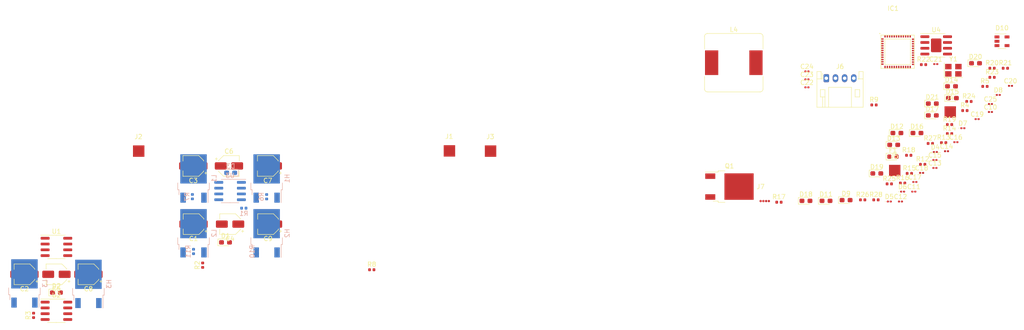
<source format=kicad_pcb>
(kicad_pcb (version 20171130) (host pcbnew "(5.1.5)-3")
  (layers (0 F.Cu signal) (31 B.Cu signal) (34 B.Paste user) (35 F.Paste user) (36 B.SilkS user) (37 F.SilkS user) (38 B.Mask user) (39 F.Mask user) (44 Edge.Cuts user))
  (net 0 "")
  (net 1 VSSA)
  (net 2 VDD)
  (net 3 "Net-(C4-Pad1)")
  (net 4 CONN_B)
  (net 5 "Net-(C5-Pad1)")
  (net 6 CONN_C)
  (net 7 "Net-(C6-Pad1)")
  (net 8 V1)
  (net 9 PWR_ON)
  (net 10 OSC_IN)
  (net 11 OSC_OUT)
  (net 12 PHASE_B__ADC)
  (net 13 PHASE_C__ADC)
  (net 14 "Net-(C18-Pad1)")
  (net 15 "Net-(C25-Pad1)")
  (net 16 "Net-(C25-Pad2)")
  (net 17 "Net-(D4-Pad1)")
  (net 18 "Net-(D5-Pad1)")
  (net 19 INDC_LED)
  (net 20 "Net-(D6-Pad1)")
  (net 21 LED_RED)
  (net 22 LED_BLUE)
  (net 23 "Net-(D7-Pad1)")
  (net 24 LED_GREEN)
  (net 25 "Net-(D8-Pad1)")
  (net 26 "Net-(D9-Pad2)")
  (net 27 "Net-(D9-Pad1)")
  (net 28 "Net-(D10-Pad1)")
  (net 29 UART_TX)
  (net 30 UART_RX)
  (net 31 "Net-(D13-Pad1)")
  (net 32 SWCLK)
  (net 33 SWDIO)
  (net 34 "Net-(F1-Pad1)")
  (net 35 CONN_A)
  (net 36 "Net-(IC1-Pad1)")
  (net 37 "Net-(IC1-Pad2)")
  (net 38 "Net-(IC1-Pad3)")
  (net 39 "Net-(IC1-Pad4)")
  (net 40 "Net-(IC1-Pad7)")
  (net 41 SIG_H_1)
  (net 42 SIG_L_1)
  (net 43 SIG_H_2)
  (net 44 SIG_L_2)
  (net 45 SIG_H_3)
  (net 46 SIG_L_3)
  (net 47 "Net-(IC1-Pad18)")
  (net 48 "Net-(IC1-Pad22)")
  (net 49 PHASE_A__ADC)
  (net 50 "Net-(IC1-Pad28)")
  (net 51 "Net-(IC1-Pad29)")
  (net 52 "Net-(IC1-Pad30)")
  (net 53 EN)
  (net 54 "Net-(IC1-Pad34)")
  (net 55 "Net-(IC1-Pad39)")
  (net 56 "Net-(IC1-Pad40)")
  (net 57 "Net-(IC1-Pad41)")
  (net 58 "Net-(IC1-Pad42)")
  (net 59 "Net-(IC1-Pad43)")
  (net 60 "Net-(IC1-Pad44)")
  (net 61 "Net-(IC1-Pad45)")
  (net 62 "Net-(IC1-Pad46)")
  (net 63 H1)
  (net 64 L1)
  (net 65 H3)
  (net 66 L3)
  (net 67 H2)
  (net 68 L2)
  (net 69 "Net-(R16-Pad1)")
  (net 70 "Net-(R17-Pad1)")
  (net 71 "Net-(R27-Pad1)")
  (net 72 "Net-(U4-Pad4)")
  (net 73 "Net-(U4-Pad6)")
  (net 74 "Net-(H1-Pad1)")
  (net 75 "Net-(H2-Pad1)")
  (net 76 "Net-(H3-Pad1)")
  (net 77 "Net-(L1-Pad1)")
  (net 78 "Net-(L2-Pad1)")
  (net 79 "Net-(L3-Pad1)")
  (module Package_TO_SOT_SMD:TO-252-2 (layer B.Cu) (at 4 8 90)
    (fp_text reference L1 (at 0 4.5 270) (layer B.SilkS) (effects (justify mirror)))
    (fp_text value IRFR3504ZPbF)
    (pad 2 smd rect (at 2.1 0 90) (size 6.4 5.8) (layers B.Cu B.Mask) (net 35 CONN_A))
    (pad 3 smd rect (at -4.2 -2.28 90) (size 2.2 1.2) (layers B.Cu B.Paste B.Mask) (net 1 VSSA))
    (pad 1 smd rect (at -4.2 2.28 90) (size 2.2 1.2) (layers B.Cu B.Paste B.Mask) (net 77 "Net-(L1-Pad1)"))
  )
  (module Package_TO_SOT_SMD:TO-252-2 (layer B.Cu) (at -33 31 90)
    (fp_text reference L3 (at 0 4.5 270) (layer B.SilkS) (effects (justify mirror)))
    (fp_text value IRFR3504ZPbF)
    (pad 2 smd rect (at 2.1 0 90) (size 6.4 5.8) (layers B.Cu B.Mask) (net 6 CONN_C))
    (pad 3 smd rect (at -4.2 -2.28 90) (size 2.2 1.2) (layers B.Cu B.Paste B.Mask) (net 1 VSSA))
    (pad 1 smd rect (at -4.2 2.28 90) (size 2.2 1.2) (layers B.Cu B.Paste B.Mask) (net 79 "Net-(L3-Pad1)"))
  )
  (module Package_TO_SOT_SMD:TO-252-2 (layer B.Cu) (at 4 20 90)
    (fp_text reference L2 (at 0 4.5 270) (layer B.SilkS) (effects (justify mirror)))
    (fp_text value IRFR3504ZPbF)
    (pad 2 smd rect (at 2.1 0 90) (size 6.4 5.8) (layers B.Cu B.Mask) (net 4 CONN_B))
    (pad 3 smd rect (at -4.2 -2.28 90) (size 2.2 1.2) (layers B.Cu B.Paste B.Mask) (net 1 VSSA))
    (pad 1 smd rect (at -4.2 2.28 90) (size 2.2 1.2) (layers B.Cu B.Paste B.Mask) (net 78 "Net-(L2-Pad1)"))
  )
  (module Package_TO_SOT_SMD:TO-252-2 (layer B.Cu) (at -19 31.1 90)
    (fp_text reference H3 (at 0 4.5 270) (layer B.SilkS) (effects (justify mirror)))
    (fp_text value IRFR3504ZPbF)
    (pad 2 smd rect (at 2.1 0 90) (size 6.4 5.8) (layers B.Cu B.Mask) (net 2 VDD))
    (pad 3 smd rect (at -4.2 -2.28 90) (size 2.2 1.2) (layers B.Cu B.Paste B.Mask) (net 6 CONN_C))
    (pad 1 smd rect (at -4.2 2.28 90) (size 2.2 1.2) (layers B.Cu B.Paste B.Mask) (net 76 "Net-(H3-Pad1)"))
  )
  (module Package_TO_SOT_SMD:TO-252-2 (layer B.Cu) (at 20 20 90)
    (fp_text reference H2 (at 0 4.5 270) (layer B.SilkS) (effects (justify mirror)))
    (fp_text value IRFR3504ZPbF)
    (pad 2 smd rect (at 2.1 0 90) (size 6.4 5.8) (layers B.Cu B.Mask) (net 2 VDD))
    (pad 3 smd rect (at -4.2 -2.28 90) (size 2.2 1.2) (layers B.Cu B.Paste B.Mask) (net 4 CONN_B))
    (pad 1 smd rect (at -4.2 2.28 90) (size 2.2 1.2) (layers B.Cu B.Paste B.Mask) (net 75 "Net-(H2-Pad1)"))
  )
  (module Package_TO_SOT_SMD:TO-252-2 (layer B.Cu) (at 20 8 90)
    (fp_text reference H1 (at 0 4.5 270) (layer B.SilkS) (effects (justify mirror)))
    (fp_text value IRFR3504ZPbF)
    (pad 2 smd rect (at 2.1 0 90) (size 6.4 5.8) (layers B.Cu B.Mask) (net 2 VDD))
    (pad 3 smd rect (at -4.2 -2.28 90) (size 2.2 1.2) (layers B.Cu B.Paste B.Mask) (net 35 CONN_A))
    (pad 1 smd rect (at -4.2 2.28 90) (size 2.2 1.2) (layers B.Cu B.Paste B.Mask) (net 74 "Net-(H1-Pad1)"))
  )
  (module ASSETS:PAD_5X5 (layer F.Cu) (at -8 2.05)
    (fp_text reference J2 (at -0.05 -3.2) (layer F.SilkS))
    (fp_text value "PHASE A")
    (pad 1 smd rect (at 0 -0.05) (size 2.5 2.5) (layers F.Cu F.Paste F.Mask) (net 6 CONN_C))
  )
  (module Capacitor_SMD:CP_Elec_4x3.9 (layer F.Cu) (at 4 18 180)
    (fp_text reference C1 (at 0 -3.2) (layer F.SilkS))
    (fp_text value 100N)
    (pad 2 smd roundrect (at 1.8 0 180) (size 2.6 1.6) (layers F.Cu F.Paste F.Mask) (roundrect_rratio 0.15625) (net 1 VSSA))
    (pad 1 smd roundrect (at -1.8 0 180) (size 2.6 1.6) (layers F.Cu F.Paste F.Mask) (roundrect_rratio 0.15625) (net 2 VDD))
  )
  (module Capacitor_SMD:CP_Elec_4x3.9 (layer F.Cu) (at -33 29 180)
    (fp_text reference C2 (at 0 -3.2) (layer F.SilkS))
    (fp_text value 100N)
    (pad 2 smd roundrect (at 1.8 0 180) (size 2.6 1.6) (layers F.Cu F.Paste F.Mask) (roundrect_rratio 0.15625) (net 1 VSSA))
    (pad 1 smd roundrect (at -1.8 0 180) (size 2.6 1.6) (layers F.Cu F.Paste F.Mask) (roundrect_rratio 0.15625) (net 2 VDD))
  )
  (module Capacitor_SMD:CP_Elec_4x3.9 (layer F.Cu) (at 3.95 5.25 180)
    (fp_text reference C3 (at 0 -3.2) (layer F.SilkS))
    (fp_text value 100N)
    (pad 2 smd roundrect (at 1.8 0 180) (size 2.6 1.6) (layers F.Cu F.Paste F.Mask) (roundrect_rratio 0.15625) (net 1 VSSA))
    (pad 1 smd roundrect (at -1.8 0 180) (size 2.6 1.6) (layers F.Cu F.Paste F.Mask) (roundrect_rratio 0.15625) (net 2 VDD))
  )
  (module Capacitor_SMD:CP_Elec_4x3.9 (layer F.Cu) (at 12 18 180)
    (fp_text reference C4 (at 0 -3.2) (layer F.SilkS))
    (fp_text value 4.7U)
    (pad 1 smd roundrect (at -1.8 0 180) (size 2.6 1.6) (layers F.Cu F.Paste F.Mask) (roundrect_rratio 0.15625) (net 3 "Net-(C4-Pad1)"))
    (pad 2 smd roundrect (at 1.8 0 180) (size 2.6 1.6) (layers F.Cu F.Paste F.Mask) (roundrect_rratio 0.15625) (net 4 CONN_B))
  )
  (module Capacitor_SMD:CP_Elec_4x3.9 (layer F.Cu) (at -26 29 180)
    (fp_text reference C5 (at 0 -3.2) (layer F.SilkS))
    (fp_text value 4.7U)
    (pad 1 smd roundrect (at -1.8 0 180) (size 2.6 1.6) (layers F.Cu F.Paste F.Mask) (roundrect_rratio 0.15625) (net 5 "Net-(C5-Pad1)"))
    (pad 2 smd roundrect (at 1.8 0 180) (size 2.6 1.6) (layers F.Cu F.Paste F.Mask) (roundrect_rratio 0.15625) (net 6 CONN_C))
  )
  (module Capacitor_SMD:CP_Elec_4x3.9 (layer F.Cu) (at 11.75 5.25)
    (fp_text reference C6 (at 0 -3.2) (layer F.SilkS))
    (fp_text value 4.7U)
    (pad 1 smd roundrect (at -1.8 0) (size 2.6 1.6) (layers F.Cu F.Paste F.Mask) (roundrect_rratio 0.15625) (net 7 "Net-(C6-Pad1)"))
    (pad 2 smd roundrect (at 1.8 0) (size 2.6 1.6) (layers F.Cu F.Paste F.Mask) (roundrect_rratio 0.15625) (net 8 V1))
  )
  (module Capacitor_SMD:CP_Elec_4x3.9 (layer F.Cu) (at 20.25 5.25 180)
    (fp_text reference C7 (at 0 -3.2) (layer F.SilkS))
    (fp_text value 4.7U)
    (pad 1 smd roundrect (at -1.8 0 180) (size 2.6 1.6) (layers F.Cu F.Paste F.Mask) (roundrect_rratio 0.15625) (net 2 VDD))
    (pad 2 smd roundrect (at 1.8 0 180) (size 2.6 1.6) (layers F.Cu F.Paste F.Mask) (roundrect_rratio 0.15625) (net 1 VSSA))
  )
  (module Capacitor_SMD:CP_Elec_4x3.9 (layer F.Cu) (at -19 29 180)
    (fp_text reference C8 (at 0 -3.2) (layer F.SilkS))
    (fp_text value 4.7U)
    (pad 2 smd roundrect (at 1.8 0 180) (size 2.6 1.6) (layers F.Cu F.Paste F.Mask) (roundrect_rratio 0.15625) (net 1 VSSA))
    (pad 1 smd roundrect (at -1.8 0 180) (size 2.6 1.6) (layers F.Cu F.Paste F.Mask) (roundrect_rratio 0.15625) (net 2 VDD))
  )
  (module Capacitor_SMD:CP_Elec_4x3.9 (layer F.Cu) (at 20.3 18 180)
    (fp_text reference C9 (at 0 -3.2) (layer F.SilkS))
    (fp_text value 4.7U)
    (pad 1 smd roundrect (at -1.8 0 180) (size 2.6 1.6) (layers F.Cu F.Paste F.Mask) (roundrect_rratio 0.15625) (net 2 VDD))
    (pad 2 smd roundrect (at 1.8 0 180) (size 2.6 1.6) (layers F.Cu F.Paste F.Mask) (roundrect_rratio 0.15625) (net 1 VSSA))
  )
  (module Capacitor_SMD:C_0201_0603Metric (layer F.Cu) (at 178.385001 -6.574999)
    (fp_text reference C10 (at 0 -1.05) (layer F.SilkS))
    (fp_text value 100N)
    (pad 2 smd roundrect (at 0.32 0) (size 0.46 0.4) (layers F.Cu F.Mask) (net 9 PWR_ON))
    (pad 1 smd roundrect (at -0.32 0) (size 0.46 0.4) (layers F.Cu F.Mask) (net 1 VSSA))
  )
  (module Capacitor_SMD:C_0201_0603Metric (layer F.Cu) (at 161.615001 10.875001)
    (fp_text reference C11 (at 0 -1.05) (layer F.SilkS))
    (fp_text value 100N)
    (pad 2 smd roundrect (at 0.32 0) (size 0.46 0.4) (layers F.Cu F.Mask) (net 9 PWR_ON))
    (pad 1 smd roundrect (at -0.32 0) (size 0.46 0.4) (layers F.Cu F.Mask) (net 1 VSSA))
  )
  (module Capacitor_SMD:C_0201_0603Metric (layer F.Cu) (at 158.695001 13.045001)
    (fp_text reference C12 (at 0 -1.05) (layer F.SilkS))
    (fp_text value 100N)
    (pad 2 smd roundrect (at 0.32 0) (size 0.46 0.4) (layers F.Cu F.Mask) (net 1 VSSA))
    (pad 1 smd roundrect (at -0.32 0) (size 0.46 0.4) (layers F.Cu F.Mask) (net 10 OSC_IN))
  )
  (module Capacitor_SMD:C_0201_0603Metric (layer F.Cu) (at 166.235001 5.695001)
    (fp_text reference C13 (at 0 -1.05) (layer F.SilkS))
    (fp_text value 100N)
    (pad 1 smd roundrect (at -0.32 0) (size 0.46 0.4) (layers F.Cu F.Mask) (net 11 OSC_OUT))
    (pad 2 smd roundrect (at 0.32 0) (size 0.46 0.4) (layers F.Cu F.Mask) (net 1 VSSA))
  )
  (module Capacitor_SMD:C_0201_0603Metric (layer F.Cu) (at 168.775001 2.025001)
    (fp_text reference C14 (at 0 -1.05) (layer F.SilkS))
    (fp_text value 1U)
    (pad 2 smd roundrect (at 0.32 0) (size 0.46 0.4) (layers F.Cu F.Mask) (net 1 VSSA))
    (pad 1 smd roundrect (at -0.32 0) (size 0.46 0.4) (layers F.Cu F.Mask) (net 12 PHASE_B__ADC))
  )
  (module Capacitor_SMD:C_0201_0603Metric (layer F.Cu) (at 166.235001 3.945001)
    (fp_text reference C15 (at 0 -1.05) (layer F.SilkS))
    (fp_text value 1U)
    (pad 1 smd roundrect (at -0.32 0) (size 0.46 0.4) (layers F.Cu F.Mask) (net 13 PHASE_C__ADC))
    (pad 2 smd roundrect (at 0.32 0) (size 0.46 0.4) (layers F.Cu F.Mask) (net 1 VSSA))
  )
  (module Capacitor_SMD:C_0201_0603Metric (layer F.Cu) (at 170.825001 0.035001)
    (fp_text reference C16 (at 0 -1.05) (layer F.SilkS))
    (fp_text value 100N)
    (pad 2 smd roundrect (at 0.32 0) (size 0.46 0.4) (layers F.Cu F.Mask) (net 9 PWR_ON))
    (pad 1 smd roundrect (at -0.32 0) (size 0.46 0.4) (layers F.Cu F.Mask) (net 1 VSSA))
  )
  (module Capacitor_SMD:C_0201_0603Metric (layer F.Cu) (at 161.845001 8.765001)
    (fp_text reference C17 (at 0 -1.05) (layer F.SilkS))
    (fp_text value 100N)
    (pad 1 smd roundrect (at -0.32 0) (size 0.46 0.4) (layers F.Cu F.Mask) (net 1 VSSA))
    (pad 2 smd roundrect (at 0.32 0) (size 0.46 0.4) (layers F.Cu F.Mask) (net 9 PWR_ON))
  )
  (module Capacitor_SMD:C_0201_0603Metric (layer F.Cu) (at 163.325001 6.775001)
    (fp_text reference C18 (at 0 -1.05) (layer F.SilkS))
    (fp_text value 1U)
    (pad 2 smd roundrect (at 0.32 0) (size 0.46 0.4) (layers F.Cu F.Mask) (net 1 VSSA))
    (pad 1 smd roundrect (at -0.32 0) (size 0.46 0.4) (layers F.Cu F.Mask) (net 14 "Net-(C18-Pad1)"))
  )
  (module Capacitor_SMD:C_0201_0603Metric (layer F.Cu) (at 175.475001 -5.014999)
    (fp_text reference C19 (at 0 -1.05) (layer F.SilkS))
    (fp_text value 100N)
    (pad 1 smd roundrect (at -0.32 0) (size 0.46 0.4) (layers F.Cu F.Mask) (net 1 VSSA))
    (pad 2 smd roundrect (at 0.32 0) (size 0.46 0.4) (layers F.Cu F.Mask) (net 9 PWR_ON))
  )
  (module Capacitor_SMD:C_0201_0603Metric (layer F.Cu) (at 182.775001 -12.304999)
    (fp_text reference C20 (at 0 -1.05) (layer F.SilkS))
    (fp_text value 100N)
    (pad 1 smd roundrect (at -0.32 0) (size 0.46 0.4) (layers F.Cu F.Mask) (net 1 VSSA))
    (pad 2 smd roundrect (at 0.32 0) (size 0.46 0.4) (layers F.Cu F.Mask) (net 9 PWR_ON))
  )
  (module Capacitor_SMD:C_0201_0603Metric (layer F.Cu) (at 166.425001 -17.074999)
    (fp_text reference C21 (at 0 -1.05) (layer F.SilkS))
    (fp_text value 100N)
    (pad 2 smd roundrect (at 0.32 0) (size 0.46 0.4) (layers F.Cu F.Mask) (net 9 PWR_ON))
    (pad 1 smd roundrect (at -0.32 0) (size 0.46 0.4) (layers F.Cu F.Mask) (net 1 VSSA))
  )
  (module Capacitor_SMD:C_0201_0603Metric (layer F.Cu) (at 138.225001 -11.974999)
    (fp_text reference C22 (at 0 -1.05) (layer F.SilkS))
    (fp_text value 100N)
    (pad 1 smd roundrect (at -0.32 0) (size 0.46 0.4) (layers F.Cu F.Mask) (net 1 VSSA))
    (pad 2 smd roundrect (at 0.32 0) (size 0.46 0.4) (layers F.Cu F.Mask) (net 9 PWR_ON))
  )
  (module Capacitor_SMD:C_0201_0603Metric (layer F.Cu) (at 138.225001 -13.724999)
    (fp_text reference C23 (at 0 -1.05) (layer F.SilkS))
    (fp_text value 100N)
    (pad 2 smd roundrect (at 0.32 0) (size 0.46 0.4) (layers F.Cu F.Mask) (net 1 VSSA))
    (pad 1 smd roundrect (at -0.32 0) (size 0.46 0.4) (layers F.Cu F.Mask) (net 2 VDD))
  )
  (module Capacitor_SMD:C_0201_0603Metric (layer F.Cu) (at 138.225001 -15.474999)
    (fp_text reference C24 (at 0 -1.05) (layer F.SilkS))
    (fp_text value 100N)
    (pad 1 smd roundrect (at -0.32 0) (size 0.46 0.4) (layers F.Cu F.Mask) (net 2 VDD))
    (pad 2 smd roundrect (at 0.32 0) (size 0.46 0.4) (layers F.Cu F.Mask) (net 1 VSSA))
  )
  (module Capacitor_SMD:C_0201_0603Metric (layer F.Cu) (at 178.385001 -8.324999)
    (fp_text reference C25 (at 0 -1.05) (layer F.SilkS))
    (fp_text value C_Small)
    (pad 1 smd roundrect (at -0.32 0) (size 0.46 0.4) (layers F.Cu F.Mask) (net 15 "Net-(C25-Pad1)"))
    (pad 2 smd roundrect (at 0.32 0) (size 0.46 0.4) (layers F.Cu F.Mask) (net 16 "Net-(C25-Pad2)"))
  )
  (module Diode_SMD:D_0603_1608Metric_Pad1.05x0.95mm_HandSolder (layer F.Cu) (at 11 22)
    (fp_text reference D1 (at 0 -1.43) (layer F.SilkS))
    (fp_text value DIODE)
    (pad 2 smd roundrect (at 0.875 0) (size 1.05 0.95) (layers F.Cu F.Paste F.Mask) (net 3 "Net-(C4-Pad1)"))
    (pad 1 smd roundrect (at -0.875 0) (size 1.05 0.95) (layers F.Cu F.Paste F.Mask) (net 2 VDD))
  )
  (module Diode_SMD:D_0603_1608Metric_Pad1.05x0.95mm_HandSolder (layer F.Cu) (at -26 33)
    (fp_text reference D2 (at 0 -1.43) (layer F.SilkS))
    (fp_text value DIODE)
    (pad 1 smd roundrect (at -0.875 0) (size 1.05 0.95) (layers F.Cu F.Paste F.Mask) (net 2 VDD))
    (pad 2 smd roundrect (at 0.875 0) (size 1.05 0.95) (layers F.Cu F.Paste F.Mask) (net 5 "Net-(C5-Pad1)"))
  )
  (module Diode_SMD:D_0603_1608Metric_Pad1.05x0.95mm_HandSolder (layer B.Cu) (at 12.125 6.75 180)
    (fp_text reference D3 (at 0 1.43) (layer B.SilkS) (effects (justify mirror)))
    (fp_text value DIODE)
    (pad 1 smd roundrect (at -0.875 0 180) (size 1.05 0.95) (layers B.Cu B.Paste B.Mask) (net 2 VDD))
    (pad 2 smd roundrect (at 0.875 0 180) (size 1.05 0.95) (layers B.Cu B.Paste B.Mask) (net 7 "Net-(C6-Pad1)"))
  )
  (module LED_SMD:LED_0201_0603Metric (layer F.Cu) (at 166.330001 2.195001)
    (fp_text reference D4 (at 0 -1.05) (layer F.SilkS))
    (fp_text value POWER_ON_LED)
    (pad 1 smd roundrect (at -0.32 0) (size 0.46 0.4) (layers F.Cu F.Mask) (net 17 "Net-(D4-Pad1)"))
    (pad 2 smd roundrect (at 0.32 0) (size 0.46 0.4) (layers F.Cu F.Mask) (net 9 PWR_ON))
  )
  (module LED_SMD:LED_0201_0603Metric (layer F.Cu) (at 156.250001 13.045001)
    (fp_text reference D5 (at 0 -1.05) (layer F.SilkS))
    (fp_text value INDC_LED)
    (pad 1 smd roundrect (at -0.32 0) (size 0.46 0.4) (layers F.Cu F.Mask) (net 18 "Net-(D5-Pad1)"))
    (pad 2 smd roundrect (at 0.32 0) (size 0.46 0.4) (layers F.Cu F.Mask) (net 19 INDC_LED))
  )
  (module LED_SMD:LED_0201_0603Metric (layer F.Cu) (at 159.170001 10.875001)
    (fp_text reference D6 (at 0 -1.05) (layer F.SilkS))
    (fp_text value RED_LED)
    (pad 1 smd roundrect (at -0.32 0) (size 0.46 0.4) (layers F.Cu F.Mask) (net 20 "Net-(D6-Pad1)"))
    (pad 2 smd roundrect (at 0.32 0) (size 0.46 0.4) (layers F.Cu F.Mask) (net 21 LED_RED))
  )
  (module LED_SMD:LED_0201_0603Metric (layer F.Cu) (at 172.350001 -3.024999)
    (fp_text reference D7 (at 0 -1.05) (layer F.SilkS))
    (fp_text value BLUE_LED)
    (pad 2 smd roundrect (at 0.32 0) (size 0.46 0.4) (layers F.Cu F.Mask) (net 22 LED_BLUE))
    (pad 1 smd roundrect (at -0.32 0) (size 0.46 0.4) (layers F.Cu F.Mask) (net 23 "Net-(D7-Pad1)"))
  )
  (module LED_SMD:LED_0201_0603Metric (layer F.Cu) (at 180.100001 -10.314999)
    (fp_text reference D8 (at 0 -1.05) (layer F.SilkS))
    (fp_text value GREEN_LED)
    (pad 2 smd roundrect (at 0.32 0) (size 0.46 0.4) (layers F.Cu F.Mask) (net 24 LED_GREEN))
    (pad 1 smd roundrect (at -0.32 0) (size 0.46 0.4) (layers F.Cu F.Mask) (net 25 "Net-(D8-Pad1)"))
  )
  (module Diode_SMD:D_0603_1608Metric_Pad1.05x0.95mm_HandSolder (layer F.Cu) (at 146.800001 12.745001)
    (fp_text reference D9 (at 0 -1.43) (layer F.SilkS))
    (fp_text value D_Zener_Small)
    (pad 2 smd roundrect (at 0.875 0) (size 1.05 0.95) (layers F.Cu F.Paste F.Mask) (net 26 "Net-(D9-Pad2)"))
    (pad 1 smd roundrect (at -0.875 0) (size 1.05 0.95) (layers F.Cu F.Paste F.Mask) (net 27 "Net-(D9-Pad1)"))
  )
  (module Package_TO_SOT_SMD:SOT-23-5 (layer F.Cu) (at 180.915001 -22.074999)
    (fp_text reference D10 (at 0 -2.9) (layer F.SilkS))
    (fp_text value SP0504BAHT)
    (pad 1 smd rect (at -1.1 -0.95) (size 1.06 0.65) (layers F.Cu F.Paste F.Mask) (net 28 "Net-(D10-Pad1)"))
    (pad 2 smd rect (at -1.1 0) (size 1.06 0.65) (layers F.Cu F.Paste F.Mask) (net 1 VSSA))
    (pad 3 smd rect (at -1.1 0.95) (size 1.06 0.65) (layers F.Cu F.Paste F.Mask) (net 29 UART_TX))
    (pad 4 smd rect (at 1.1 0.95) (size 1.06 0.65) (layers F.Cu F.Paste F.Mask) (net 30 UART_RX))
    (pad 5 smd rect (at 1.1 -0.95) (size 1.06 0.65) (layers F.Cu F.Paste F.Mask) (net 1 VSSA))
  )
  (module Diode_SMD:D_0603_1608Metric_Pad1.05x0.95mm_HandSolder (layer F.Cu) (at 142.410001 12.895001)
    (fp_text reference D11 (at 0 -1.43) (layer F.SilkS))
    (fp_text value DIODE)
    (pad 2 smd roundrect (at 0.875 0) (size 1.05 0.95) (layers F.Cu F.Paste F.Mask) (net 15 "Net-(C25-Pad1)"))
    (pad 1 smd roundrect (at -0.875 0) (size 1.05 0.95) (layers F.Cu F.Paste F.Mask) (net 1 VSSA))
  )
  (module Diode_SMD:D_0603_1608Metric_Pad1.05x0.95mm_HandSolder (layer F.Cu) (at 157.920001 -1.964999)
    (fp_text reference D12 (at 0 -1.43) (layer F.SilkS))
    (fp_text value D_TVS)
    (pad 1 smd roundrect (at -0.875 0) (size 1.05 0.95) (layers F.Cu F.Paste F.Mask) (net 28 "Net-(D10-Pad1)"))
    (pad 2 smd roundrect (at 0.875 0) (size 1.05 0.95) (layers F.Cu F.Paste F.Mask) (net 1 VSSA))
  )
  (module Diode_SMD:D_0603_1608Metric_Pad1.05x0.95mm_HandSolder (layer F.Cu) (at 157.220001 0.625001)
    (fp_text reference D13 (at 0 -1.43) (layer F.SilkS))
    (fp_text value D_TVS)
    (pad 1 smd roundrect (at -0.875 0) (size 1.05 0.95) (layers F.Cu F.Paste F.Mask) (net 31 "Net-(D13-Pad1)"))
    (pad 2 smd roundrect (at 0.875 0) (size 1.05 0.95) (layers F.Cu F.Paste F.Mask) (net 1 VSSA))
  )
  (module Diode_SMD:D_0603_1608Metric_Pad1.05x0.95mm_HandSolder (layer F.Cu) (at 169.870001 -12.204999)
    (fp_text reference D14 (at 0 -1.43) (layer F.SilkS))
    (fp_text value D_TVS)
    (pad 2 smd roundrect (at 0.875 0) (size 1.05 0.95) (layers F.Cu F.Paste F.Mask) (net 1 VSSA))
    (pad 1 smd roundrect (at -0.875 0) (size 1.05 0.95) (layers F.Cu F.Paste F.Mask) (net 29 UART_TX))
  )
  (module Diode_SMD:D_0603_1608Metric_Pad1.05x0.95mm_HandSolder (layer F.Cu) (at 170.060001 -9.614999)
    (fp_text reference D15 (at 0 -1.43) (layer F.SilkS))
    (fp_text value D_TVS)
    (pad 1 smd roundrect (at -0.875 0) (size 1.05 0.95) (layers F.Cu F.Paste F.Mask) (net 32 SWCLK))
    (pad 2 smd roundrect (at 0.875 0) (size 1.05 0.95) (layers F.Cu F.Paste F.Mask) (net 1 VSSA))
  )
  (module Diode_SMD:D_0603_1608Metric_Pad1.05x0.95mm_HandSolder (layer F.Cu) (at 162.310001 -1.964999)
    (fp_text reference D16 (at 0 -1.43) (layer F.SilkS))
    (fp_text value D_TVS)
    (pad 1 smd roundrect (at -0.875 0) (size 1.05 0.95) (layers F.Cu F.Paste F.Mask) (net 30 UART_RX))
    (pad 2 smd roundrect (at 0.875 0) (size 1.05 0.95) (layers F.Cu F.Paste F.Mask) (net 1 VSSA))
  )
  (module Diode_SMD:D_0603_1608Metric_Pad1.05x0.95mm_HandSolder (layer F.Cu) (at 165.670001 -5.824999)
    (fp_text reference D17 (at 0 -1.43) (layer F.SilkS))
    (fp_text value D_TVS)
    (pad 2 smd roundrect (at 0.875 0) (size 1.05 0.95) (layers F.Cu F.Paste F.Mask) (net 1 VSSA))
    (pad 1 smd roundrect (at -0.875 0) (size 1.05 0.95) (layers F.Cu F.Paste F.Mask) (net 33 SWDIO))
  )
  (module Diode_SMD:D_0603_1608Metric_Pad1.05x0.95mm_HandSolder (layer F.Cu) (at 138.020001 12.895001)
    (fp_text reference D18 (at 0 -1.43) (layer F.SilkS))
    (fp_text value D_TVS)
    (pad 2 smd roundrect (at 0.875 0) (size 1.05 0.95) (layers F.Cu F.Paste F.Mask) (net 1 VSSA))
    (pad 1 smd roundrect (at -0.875 0) (size 1.05 0.95) (layers F.Cu F.Paste F.Mask) (net 1 VSSA))
  )
  (module Diode_SMD:D_0603_1608Metric_Pad1.05x0.95mm_HandSolder (layer F.Cu) (at 153.520001 6.895001)
    (fp_text reference D19 (at 0 -1.43) (layer F.SilkS))
    (fp_text value D_TVS)
    (pad 1 smd roundrect (at -0.875 0) (size 1.05 0.95) (layers F.Cu F.Paste F.Mask) (net 1 VSSA))
    (pad 2 smd roundrect (at 0.875 0) (size 1.05 0.95) (layers F.Cu F.Paste F.Mask) (net 1 VSSA))
  )
  (module Diode_SMD:D_0603_1608Metric_Pad1.05x0.95mm_HandSolder (layer F.Cu) (at 175.120001 -17.254999)
    (fp_text reference D20 (at 0 -1.43) (layer F.SilkS))
    (fp_text value DIODE)
    (pad 1 smd roundrect (at -0.875 0) (size 1.05 0.95) (layers F.Cu F.Paste F.Mask) (net 28 "Net-(D10-Pad1)"))
    (pad 2 smd roundrect (at 0.875 0) (size 1.05 0.95) (layers F.Cu F.Paste F.Mask) (net 9 PWR_ON))
  )
  (module Diode_SMD:D_0603_1608Metric_Pad1.05x0.95mm_HandSolder (layer F.Cu) (at 165.670001 -8.414999)
    (fp_text reference D21 (at 0 -1.43) (layer F.SilkS))
    (fp_text value DIODE)
    (pad 2 smd roundrect (at 0.875 0) (size 1.05 0.95) (layers F.Cu F.Paste F.Mask) (net 9 PWR_ON))
    (pad 1 smd roundrect (at -0.875 0) (size 1.05 0.95) (layers F.Cu F.Paste F.Mask) (net 31 "Net-(D13-Pad1)"))
  )
  (module Diode_SMD:D_0603_1608Metric (layer F.Cu) (at 157.045001 3.215001)
    (fp_text reference F1 (at 0 -1.43) (layer F.SilkS))
    (fp_text value Fuse)
    (pad 1 smd roundrect (at -0.7875 0) (size 0.875 0.95) (layers F.Cu F.Paste F.Mask) (net 34 "Net-(F1-Pad1)"))
    (pad 2 smd roundrect (at 0.7875 0) (size 0.875 0.95) (layers F.Cu F.Paste F.Mask) (net 2 VDD))
  )
  (module ASSETS:STM32G47CEU6x (layer F.Cu) (at 158.080712 -19.769288)
    (fp_text reference IC1 (at -1 -9.5) (layer F.SilkS))
    (fp_text value STM32G473CEU6)
    (pad 1 smd rect (at -3.35 -2.8 90) (size 0.3 0.55) (layers F.Cu F.Paste F.Mask) (net 36 "Net-(IC1-Pad1)"))
    (pad 2 smd rect (at -3.35 -2.3 90) (size 0.3 0.55) (layers F.Cu F.Paste F.Mask) (net 37 "Net-(IC1-Pad2)"))
    (pad 3 smd rect (at -3.35 -1.8 90) (size 0.3 0.55) (layers F.Cu F.Paste F.Mask) (net 38 "Net-(IC1-Pad3)"))
    (pad 4 smd rect (at -3.35 -1.3 90) (size 0.3 0.55) (layers F.Cu F.Paste F.Mask) (net 39 "Net-(IC1-Pad4)"))
    (pad 5 smd rect (at -3.35 -0.8 90) (size 0.3 0.55) (layers F.Cu F.Paste F.Mask) (net 10 OSC_IN))
    (pad 6 smd rect (at -3.35 -0.3 90) (size 0.3 0.55) (layers F.Cu F.Paste F.Mask) (net 11 OSC_OUT))
    (pad 7 smd rect (at -3.35 0.2 90) (size 0.3 0.55) (layers F.Cu F.Paste F.Mask) (net 40 "Net-(IC1-Pad7)"))
    (pad 8 smd rect (at -3.35 0.7 90) (size 0.3 0.55) (layers F.Cu F.Paste F.Mask) (net 41 SIG_H_1))
    (pad 9 smd rect (at -3.35 1.2 90) (size 0.3 0.55) (layers F.Cu F.Paste F.Mask) (net 42 SIG_L_1))
    (pad 10 smd rect (at -3.35 1.7 90) (size 0.3 0.55) (layers F.Cu F.Paste F.Mask) (net 43 SIG_H_2))
    (pad 11 smd rect (at -3.35 2.2 90) (size 0.3 0.55) (layers F.Cu F.Paste F.Mask) (net 44 SIG_L_2))
    (pad 12 smd rect (at -3.35 2.7 90) (size 0.3 0.55) (layers F.Cu F.Paste F.Mask) (net 19 INDC_LED))
    (pad 13 smd rect (at -2.75 3.35) (size 0.3 0.55) (layers F.Cu F.Paste F.Mask) (net 21 LED_RED))
    (pad 14 smd rect (at -2.25 3.35) (size 0.3 0.55) (layers F.Cu F.Paste F.Mask) (net 45 SIG_H_3))
    (pad 15 smd rect (at -1.75 3.35) (size 0.3 0.55) (layers F.Cu F.Paste F.Mask) (net 46 SIG_L_3))
    (pad 16 smd rect (at -1.25 3.35) (size 0.3 0.55) (layers F.Cu F.Paste F.Mask) (net 24 LED_GREEN))
    (pad 17 smd rect (at -0.75 3.35) (size 0.3 0.55) (layers F.Cu F.Paste F.Mask) (net 22 LED_BLUE))
    (pad 18 smd rect (at -0.25 3.35) (size 0.3 0.55) (layers F.Cu F.Paste F.Mask) (net 47 "Net-(IC1-Pad18)"))
    (pad 19 smd rect (at 0.25 3.35) (size 0.3 0.55) (layers F.Cu F.Paste F.Mask) (net 1 VSSA))
    (pad 20 smd rect (at 0.75 3.35) (size 0.3 0.55) (layers F.Cu F.Paste F.Mask) (net 9 PWR_ON))
    (pad 21 smd rect (at 1.25 3.35) (size 0.3 0.55) (layers F.Cu F.Paste F.Mask) (net 9 PWR_ON))
    (pad 22 smd rect (at 1.75 3.35) (size 0.3 0.55) (layers F.Cu F.Paste F.Mask) (net 48 "Net-(IC1-Pad22)"))
    (pad 23 smd rect (at 2.25 3.35) (size 0.3 0.55) (layers F.Cu F.Paste F.Mask) (net 1 VSSA))
    (pad 24 smd rect (at 2.75 3.35) (size 0.3 0.55) (layers F.Cu F.Paste F.Mask) (net 9 PWR_ON))
    (pad 25 smd rect (at 3.4 2.75 270) (size 0.3 0.55) (layers F.Cu F.Paste F.Mask) (net 49 PHASE_A__ADC))
    (pad 26 smd rect (at 3.4 2.25 270) (size 0.3 0.55) (layers F.Cu F.Paste F.Mask) (net 12 PHASE_B__ADC))
    (pad 27 smd rect (at 3.4 1.75 270) (size 0.3 0.55) (layers F.Cu F.Paste F.Mask) (net 13 PHASE_C__ADC))
    (pad 28 smd rect (at 3.4 1.25 270) (size 0.3 0.55) (layers F.Cu F.Paste F.Mask) (net 50 "Net-(IC1-Pad28)"))
    (pad 29 smd rect (at 3.4 0.75 270) (size 0.3 0.55) (layers F.Cu F.Paste F.Mask) (net 51 "Net-(IC1-Pad29)"))
    (pad 30 smd rect (at 3.4 0.25 270) (size 0.3 0.55) (layers F.Cu F.Paste F.Mask) (net 52 "Net-(IC1-Pad30)"))
    (pad 31 smd rect (at 3.4 -0.25 270) (size 0.3 0.55) (layers F.Cu F.Paste F.Mask) (net 29 UART_TX))
    (pad 32 smd rect (at 3.4 -0.75 270) (size 0.3 0.55) (layers F.Cu F.Paste F.Mask) (net 30 UART_RX))
    (pad 33 smd rect (at 3.4 -1.25 270) (size 0.3 0.55) (layers F.Cu F.Paste F.Mask) (net 53 EN))
    (pad 34 smd rect (at 3.4 -1.75 270) (size 0.3 0.55) (layers F.Cu F.Paste F.Mask) (net 54 "Net-(IC1-Pad34)"))
    (pad 35 smd rect (at 3.4 -2.25 270) (size 0.3 0.55) (layers F.Cu F.Paste F.Mask) (net 1 VSSA))
    (pad 36 smd rect (at 3.4 -2.75 270) (size 0.3 0.55) (layers F.Cu F.Paste F.Mask) (net 9 PWR_ON))
    (pad 37 smd rect (at 2.75 -3.4) (size 0.3 0.55) (layers F.Cu F.Paste F.Mask) (net 32 SWCLK))
    (pad 38 smd rect (at 2.25 -3.4) (size 0.3 0.55) (layers F.Cu F.Paste F.Mask) (net 33 SWDIO))
    (pad 39 smd rect (at 1.75 -3.4) (size 0.3 0.55) (layers F.Cu F.Paste F.Mask) (net 55 "Net-(IC1-Pad39)"))
    (pad 40 smd rect (at 1.25 -3.4) (size 0.3 0.55) (layers F.Cu F.Paste F.Mask) (net 56 "Net-(IC1-Pad40)"))
    (pad 41 smd rect (at 0.75 -3.4) (size 0.3 0.55) (layers F.Cu F.Paste F.Mask) (net 57 "Net-(IC1-Pad41)"))
    (pad 42 smd rect (at 0.25 -3.4) (size 0.3 0.55) (layers F.Cu F.Paste F.Mask) (net 58 "Net-(IC1-Pad42)"))
    (pad 43 smd rect (at -0.25 -3.4) (size 0.3 0.55) (layers F.Cu F.Paste F.Mask) (net 59 "Net-(IC1-Pad43)"))
    (pad 44 smd rect (at -0.75 -3.4) (size 0.3 0.55) (layers F.Cu F.Paste F.Mask) (net 60 "Net-(IC1-Pad44)"))
    (pad 45 smd rect (at -1.25 -3.4) (size 0.3 0.55) (layers F.Cu F.Paste F.Mask) (net 61 "Net-(IC1-Pad45)"))
    (pad 46 smd rect (at -1.75 -3.4) (size 0.3 0.55) (layers F.Cu F.Paste F.Mask) (net 62 "Net-(IC1-Pad46)"))
    (pad 47 smd rect (at -2.25 -3.4) (size 0.3 0.55) (layers F.Cu F.Paste F.Mask) (net 1 VSSA))
    (pad 48 smd rect (at -2.75 -3.4) (size 0.3 0.55) (layers F.Cu F.Paste F.Mask) (net 9 PWR_ON))
  )
  (module ASSETS:PAD_5X5 (layer F.Cu) (at 60 2)
    (fp_text reference J1 (at -0.05 -3.2) (layer F.SilkS))
    (fp_text value "PHASE A")
    (pad 1 smd rect (at 0 -0.05) (size 2.5 2.5) (layers F.Cu F.Paste F.Mask) (net 4 CONN_B))
  )
  (module ASSETS:PAD_5X5 (layer F.Cu) (at 69 2.05)
    (fp_text reference J3 (at -0.05 -3.2) (layer F.SilkS))
    (fp_text value "PHASE A")
    (pad 1 smd rect (at 0 -0.05) (size 2.5 2.5) (layers F.Cu F.Paste F.Mask) (net 35 CONN_A))
  )
  (module ASSETS:PAD_5X5 (layer F.Cu) (at 169.59 -6.52)
    (fp_text reference J4 (at -0.05 -3.2) (layer F.SilkS))
    (fp_text value PWR_IN)
    (pad 1 smd rect (at 0 -0.05) (size 2.5 2.5) (layers F.Cu F.Paste F.Mask) (net 2 VDD))
  )
  (module ASSETS:PAD_5X5 (layer F.Cu) (at 157.44 6.31)
    (fp_text reference J5 (at -0.05 -3.2) (layer F.SilkS))
    (fp_text value GND)
    (pad 1 smd rect (at 0 -0.05) (size 2.5 2.5) (layers F.Cu F.Paste F.Mask) (net 1 VSSA))
  )
  (module Connector_JST:JST_PH_S4B-PH-K_1x04_P2.00mm_Horizontal (layer F.Cu) (at 142.475001 -13.974999)
    (fp_text reference J6 (at 3 -2.55) (layer F.SilkS))
    (fp_text value UART)
    (pad 1 thru_hole roundrect (at 0 0) (size 1.2 1.75) (drill 0.75) (layers *.Cu *.Mask) (roundrect_rratio 0.208333) (net 28 "Net-(D10-Pad1)"))
    (pad 2 thru_hole oval (at 2 0) (size 1.2 1.75) (drill 0.75) (layers *.Cu *.Mask) (net 29 UART_TX))
    (pad 3 thru_hole oval (at 4 0) (size 1.2 1.75) (drill 0.75) (layers *.Cu *.Mask) (net 30 UART_RX))
    (pad 4 thru_hole oval (at 6 0) (size 1.2 1.75) (drill 0.75) (layers *.Cu *.Mask) (net 1 VSSA))
  )
  (module ASSETS:SWD_PINS (layer F.Cu) (at 128.1 12.95)
    (fp_text reference J7 (at 0 -3.15) (layer F.SilkS))
    (fp_text value SWD)
    (pad 1 smd circle (at 0 0) (size 0.5 0.5) (layers F.Cu F.Paste F.Mask) (net 31 "Net-(D13-Pad1)"))
    (pad 2 smd circle (at 0.6 0) (size 0.5 0.5) (layers F.Cu F.Paste F.Mask) (net 32 SWCLK))
    (pad 3 smd circle (at 1.2 0) (size 0.5 0.5) (layers F.Cu F.Paste F.Mask) (net 33 SWDIO))
    (pad 4 smd circle (at 1.8 0) (size 0.5 0.5) (layers F.Cu F.Paste F.Mask) (net 1 VSSA))
  )
  (module Inductor_SMD:L_Bourns_SRR1260 (layer F.Cu) (at 122.225001 -17.374999)
    (fp_text reference L4 (at 0 -7.25) (layer F.SilkS))
    (fp_text value L_Small)
    (pad 2 smd rect (at 4.85 0) (size 2.9 5.4) (layers F.Cu F.Paste F.Mask) (net 9 PWR_ON))
    (pad 1 smd rect (at -4.85 0) (size 2.9 5.4) (layers F.Cu F.Paste F.Mask) (net 15 "Net-(C25-Pad1)"))
  )
  (module Package_TO_SOT_SMD:TO-252-2 (layer F.Cu) (at 121.275001 9.775001)
    (fp_text reference Q1 (at 0 -4.5) (layer F.SilkS))
    (fp_text value QM6015D)
    (pad 2 smd rect (at 2.1 0) (size 6.4 5.8) (layers F.Cu F.Mask) (net 34 "Net-(F1-Pad1)"))
    (pad 3 smd rect (at -4.2 2.28) (size 2.2 1.2) (layers F.Cu F.Paste F.Mask) (net 27 "Net-(D9-Pad1)"))
    (pad 1 smd rect (at -4.2 -2.28) (size 2.2 1.2) (layers F.Cu F.Paste F.Mask) (net 26 "Net-(D9-Pad2)"))
  )
  (module Resistor_SMD:R_0402_1005Metric (layer B.Cu) (at 15 14.5)
    (fp_text reference R1 (at 0 1.17 180) (layer B.SilkS) (effects (justify mirror)))
    (fp_text value 10K)
    (pad 2 smd roundrect (at 0.485 0) (size 0.59 0.64) (layers B.Cu B.Paste B.Mask) (net 42 SIG_L_1))
    (pad 1 smd roundrect (at -0.485 0) (size 0.59 0.64) (layers B.Cu B.Paste B.Mask) (net 1 VSSA))
  )
  (module Resistor_SMD:R_0402_1005Metric (layer F.Cu) (at 6 27 90)
    (fp_text reference R2 (at 0 -1.17 90) (layer F.SilkS))
    (fp_text value 10K)
    (pad 1 smd roundrect (at -0.485 0 90) (size 0.59 0.64) (layers F.Cu F.Paste F.Mask) (net 1 VSSA))
    (pad 2 smd roundrect (at 0.485 0 90) (size 0.59 0.64) (layers F.Cu F.Paste F.Mask) (net 44 SIG_L_2))
  )
  (module Resistor_SMD:R_0402_1005Metric (layer F.Cu) (at -31 38 90)
    (fp_text reference R3 (at 0 -1.17 90) (layer F.SilkS))
    (fp_text value 10K)
    (pad 2 smd roundrect (at 0.485 0 90) (size 0.59 0.64) (layers F.Cu F.Paste F.Mask) (net 46 SIG_L_3))
    (pad 1 smd roundrect (at -0.485 0 90) (size 0.59 0.64) (layers F.Cu F.Paste F.Mask) (net 1 VSSA))
  )
  (module Resistor_SMD:R_0402_1005Metric (layer F.Cu) (at 172.795001 -6.884999)
    (fp_text reference R4 (at 0 -1.17) (layer F.SilkS))
    (fp_text value 1K)
    (pad 1 smd roundrect (at -0.485 0) (size 0.59 0.64) (layers F.Cu F.Paste F.Mask) (net 1 VSSA))
    (pad 2 smd roundrect (at 0.485 0) (size 0.59 0.64) (layers F.Cu F.Paste F.Mask) (net 17 "Net-(D4-Pad1)"))
  )
  (module Resistor_SMD:R_0402_1005Metric (layer F.Cu) (at 177.185001 -12.184999)
    (fp_text reference R5 (at 0 -1.17) (layer F.SilkS))
    (fp_text value 1K)
    (pad 2 smd roundrect (at 0.485 0) (size 0.59 0.64) (layers F.Cu F.Paste F.Mask) (net 18 "Net-(D5-Pad1)"))
    (pad 1 smd roundrect (at -0.485 0) (size 0.59 0.64) (layers F.Cu F.Paste F.Mask) (net 1 VSSA))
  )
  (module Resistor_SMD:R_0402_1005Metric (layer B.Cu) (at 20 12 270)
    (fp_text reference R6 (at 0 1.17 90) (layer B.SilkS) (effects (justify mirror)))
    (fp_text value 100)
    (pad 1 smd roundrect (at -0.485 0 270) (size 0.59 0.64) (layers B.Cu B.Paste B.Mask) (net 74 "Net-(H1-Pad1)"))
    (pad 2 smd roundrect (at 0.485 0 270) (size 0.59 0.64) (layers B.Cu B.Paste B.Mask) (net 63 H1))
  )
  (module Resistor_SMD:R_0402_1005Metric (layer B.Cu) (at 3.75 11.985 270)
    (fp_text reference R7 (at 0 1.17 90) (layer B.SilkS) (effects (justify mirror)))
    (fp_text value 100)
    (pad 1 smd roundrect (at -0.485 0 270) (size 0.59 0.64) (layers B.Cu B.Paste B.Mask) (net 77 "Net-(L1-Pad1)"))
    (pad 2 smd roundrect (at 0.485 0 270) (size 0.59 0.64) (layers B.Cu B.Paste B.Mask) (net 64 L1))
  )
  (module Resistor_SMD:R_0402_1005Metric (layer F.Cu) (at 43 28)
    (fp_text reference R8 (at 0 -1.17) (layer F.SilkS))
    (fp_text value 100)
    (pad 2 smd roundrect (at 0.485 0) (size 0.59 0.64) (layers F.Cu F.Paste F.Mask) (net 65 H3))
    (pad 1 smd roundrect (at -0.485 0) (size 0.59 0.64) (layers F.Cu F.Paste F.Mask) (net 76 "Net-(H3-Pad1)"))
  )
  (module Resistor_SMD:R_0402_1005Metric (layer F.Cu) (at 152.905001 -8.114999)
    (fp_text reference R9 (at 0 -1.17) (layer F.SilkS))
    (fp_text value 100)
    (pad 1 smd roundrect (at -0.485 0) (size 0.59 0.64) (layers F.Cu F.Paste F.Mask) (net 79 "Net-(L3-Pad1)"))
    (pad 2 smd roundrect (at 0.485 0) (size 0.59 0.64) (layers F.Cu F.Paste F.Mask) (net 66 L3))
  )
  (module Resistor_SMD:R_0402_1005Metric (layer B.Cu) (at 18 24 270)
    (fp_text reference R10 (at 0 1.17 90) (layer B.SilkS) (effects (justify mirror)))
    (fp_text value 100)
    (pad 2 smd roundrect (at 0.485 0 270) (size 0.59 0.64) (layers B.Cu B.Paste B.Mask) (net 67 H2))
    (pad 1 smd roundrect (at -0.485 0 270) (size 0.59 0.64) (layers B.Cu B.Paste B.Mask) (net 75 "Net-(H2-Pad1)"))
  )
  (module Resistor_SMD:R_0402_1005Metric (layer B.Cu) (at 4 24 270)
    (fp_text reference R11 (at 0 1.17 90) (layer B.SilkS) (effects (justify mirror)))
    (fp_text value 100)
    (pad 1 smd roundrect (at -0.485 0 270) (size 0.59 0.64) (layers B.Cu B.Paste B.Mask) (net 78 "Net-(L2-Pad1)"))
    (pad 2 smd roundrect (at 0.485 0 270) (size 0.59 0.64) (layers B.Cu B.Paste B.Mask) (net 68 L2))
  )
  (module Resistor_SMD:R_0402_1005Metric (layer F.Cu) (at 163.555001 4.905001)
    (fp_text reference R12 (at 0 -1.17) (layer F.SilkS))
    (fp_text value 1K)
    (pad 2 smd roundrect (at 0.485 0) (size 0.59 0.64) (layers F.Cu F.Paste F.Mask) (net 1 VSSA))
    (pad 1 smd roundrect (at -0.485 0) (size 0.59 0.64) (layers F.Cu F.Paste F.Mask) (net 20 "Net-(D6-Pad1)"))
  )
  (module Resistor_SMD:R_0402_1005Metric (layer F.Cu) (at 168.145001 0.155001)
    (fp_text reference R13 (at 0 -1.17) (layer F.SilkS))
    (fp_text value 1K)
    (pad 1 smd roundrect (at -0.485 0) (size 0.59 0.64) (layers F.Cu F.Paste F.Mask) (net 23 "Net-(D7-Pad1)"))
    (pad 2 smd roundrect (at 0.485 0) (size 0.59 0.64) (layers F.Cu F.Paste F.Mask) (net 1 VSSA))
  )
  (module Resistor_SMD:R_0402_1005Metric (layer F.Cu) (at 169.435001 -1.834999)
    (fp_text reference R14 (at 0 -1.17) (layer F.SilkS))
    (fp_text value 1K)
    (pad 2 smd roundrect (at 0.485 0) (size 0.59 0.64) (layers F.Cu F.Paste F.Mask) (net 1 VSSA))
    (pad 1 smd roundrect (at -0.485 0) (size 0.59 0.64) (layers F.Cu F.Paste F.Mask) (net 25 "Net-(D8-Pad1)"))
  )
  (module Resistor_SMD:R_0402_1005Metric (layer F.Cu) (at 160.645001 6.895001)
    (fp_text reference R15 (at 0 -1.17) (layer F.SilkS))
    (fp_text value 100)
    (pad 2 smd roundrect (at 0.485 0) (size 0.59 0.64) (layers F.Cu F.Paste F.Mask) (net 49 PHASE_A__ADC))
    (pad 1 smd roundrect (at -0.485 0) (size 0.59 0.64) (layers F.Cu F.Paste F.Mask) (net 14 "Net-(C18-Pad1)"))
  )
  (module Resistor_SMD:R_0402_1005Metric (layer F.Cu) (at 159.165001 9.005001)
    (fp_text reference R16 (at 0 -1.17) (layer F.SilkS))
    (fp_text value 100)
    (pad 2 smd roundrect (at 0.485 0) (size 0.59 0.64) (layers F.Cu F.Paste F.Mask) (net 12 PHASE_B__ADC))
    (pad 1 smd roundrect (at -0.485 0) (size 0.59 0.64) (layers F.Cu F.Paste F.Mask) (net 69 "Net-(R16-Pad1)"))
  )
  (module Resistor_SMD:R_0402_1005Metric (layer F.Cu) (at 132.105001 13.195001)
    (fp_text reference R17 (at 0 -1.17) (layer F.SilkS))
    (fp_text value 100)
    (pad 2 smd roundrect (at 0.485 0) (size 0.59 0.64) (layers F.Cu F.Paste F.Mask) (net 13 PHASE_C__ADC))
    (pad 1 smd roundrect (at -0.485 0) (size 0.59 0.64) (layers F.Cu F.Paste F.Mask) (net 70 "Net-(R17-Pad1)"))
  )
  (module Resistor_SMD:R_0402_1005Metric (layer F.Cu) (at 160.505001 2.915001)
    (fp_text reference R18 (at 0 -1.17) (layer F.SilkS))
    (fp_text value 100)
    (pad 2 smd roundrect (at 0.485 0) (size 0.59 0.64) (layers F.Cu F.Paste F.Mask) (net 14 "Net-(C18-Pad1)"))
    (pad 1 smd roundrect (at -0.485 0) (size 0.59 0.64) (layers F.Cu F.Paste F.Mask) (net 1 VSSA))
  )
  (module Resistor_SMD:R_0402_1005Metric (layer F.Cu) (at 169.435001 -3.824999)
    (fp_text reference R19 (at 0 -1.17) (layer F.SilkS))
    (fp_text value 100)
    (pad 1 smd roundrect (at -0.485 0) (size 0.59 0.64) (layers F.Cu F.Paste F.Mask) (net 1 VSSA))
    (pad 2 smd roundrect (at 0.485 0) (size 0.59 0.64) (layers F.Cu F.Paste F.Mask) (net 69 "Net-(R16-Pad1)"))
  )
  (module Resistor_SMD:R_0402_1005Metric (layer F.Cu) (at 178.745001 -16.164999)
    (fp_text reference R20 (at 0 -1.17) (layer F.SilkS))
    (fp_text value 100)
    (pad 1 smd roundrect (at -0.485 0) (size 0.59 0.64) (layers F.Cu F.Paste F.Mask) (net 1 VSSA))
    (pad 2 smd roundrect (at 0.485 0) (size 0.59 0.64) (layers F.Cu F.Paste F.Mask) (net 70 "Net-(R17-Pad1)"))
  )
  (module Resistor_SMD:R_0402_1005Metric (layer F.Cu) (at 181.655001 -16.164999)
    (fp_text reference R21 (at 0 -1.17) (layer F.SilkS))
    (fp_text value 100)
    (pad 2 smd roundrect (at 0.485 0) (size 0.59 0.64) (layers F.Cu F.Paste F.Mask) (net 14 "Net-(C18-Pad1)"))
    (pad 1 smd roundrect (at -0.485 0) (size 0.59 0.64) (layers F.Cu F.Paste F.Mask) (net 35 CONN_A))
  )
  (module Resistor_SMD:R_0402_1005Metric (layer F.Cu) (at 163.745001 -16.954999)
    (fp_text reference R22 (at 0 -1.17) (layer F.SilkS))
    (fp_text value 100)
    (pad 1 smd roundrect (at -0.485 0) (size 0.59 0.64) (layers F.Cu F.Paste F.Mask) (net 4 CONN_B))
    (pad 2 smd roundrect (at 0.485 0) (size 0.59 0.64) (layers F.Cu F.Paste F.Mask) (net 69 "Net-(R16-Pad1)"))
  )
  (module Resistor_SMD:R_0402_1005Metric (layer F.Cu) (at 178.745001 -14.174999)
    (fp_text reference R23 (at 0 -1.17) (layer F.SilkS))
    (fp_text value 100)
    (pad 1 smd roundrect (at -0.485 0) (size 0.59 0.64) (layers F.Cu F.Paste F.Mask) (net 6 CONN_C))
    (pad 2 smd roundrect (at 0.485 0) (size 0.59 0.64) (layers F.Cu F.Paste F.Mask) (net 70 "Net-(R17-Pad1)"))
  )
  (module Resistor_SMD:R_0402_1005Metric (layer F.Cu) (at 173.685001 -8.874999)
    (fp_text reference R24 (at 0 -1.17) (layer F.SilkS))
    (fp_text value 10K)
    (pad 1 smd roundrect (at -0.485 0) (size 0.59 0.64) (layers F.Cu F.Paste F.Mask) (net 9 PWR_ON))
    (pad 2 smd roundrect (at 0.485 0) (size 0.59 0.64) (layers F.Cu F.Paste F.Mask) (net 40 "Net-(IC1-Pad7)"))
  )
  (module Resistor_SMD:R_0402_1005Metric (layer F.Cu) (at 156.255001 9.185001)
    (fp_text reference R25 (at 0 -1.17) (layer F.SilkS))
    (fp_text value R_Small)
    (pad 1 smd roundrect (at -0.485 0) (size 0.59 0.64) (layers F.Cu F.Paste F.Mask) (net 26 "Net-(D9-Pad2)"))
    (pad 2 smd roundrect (at 0.485 0) (size 0.59 0.64) (layers F.Cu F.Paste F.Mask) (net 1 VSSA))
  )
  (module Resistor_SMD:R_0402_1005Metric (layer F.Cu) (at 150.425001 12.685001)
    (fp_text reference R26 (at 0 -1.17) (layer F.SilkS))
    (fp_text value 1K)
    (pad 2 smd roundrect (at 0.485 0) (size 0.59 0.64) (layers F.Cu F.Paste F.Mask) (net 61 "Net-(IC1-Pad45)"))
    (pad 1 smd roundrect (at -0.485 0) (size 0.59 0.64) (layers F.Cu F.Paste F.Mask) (net 1 VSSA))
  )
  (module Resistor_SMD:R_0402_1005Metric (layer F.Cu) (at 165.235001 0.325001)
    (fp_text reference R27 (at 0 -1.17) (layer F.SilkS))
    (fp_text value 100)
    (pad 1 smd roundrect (at -0.485 0) (size 0.59 0.64) (layers F.Cu F.Paste F.Mask) (net 71 "Net-(R27-Pad1)"))
    (pad 2 smd roundrect (at 0.485 0) (size 0.59 0.64) (layers F.Cu F.Paste F.Mask) (net 9 PWR_ON))
  )
  (module Resistor_SMD:R_0402_1005Metric (layer F.Cu) (at 153.335001 12.685001)
    (fp_text reference R28 (at 0 -1.17) (layer F.SilkS))
    (fp_text value 100)
    (pad 2 smd roundrect (at 0.485 0) (size 0.59 0.64) (layers F.Cu F.Paste F.Mask) (net 71 "Net-(R27-Pad1)"))
    (pad 1 smd roundrect (at -0.485 0) (size 0.59 0.64) (layers F.Cu F.Paste F.Mask) (net 1 VSSA))
  )
  (module Package_SO:SOIC-8_3.9x4.9mm_P1.27mm (layer F.Cu) (at -26 23)
    (fp_text reference U1 (at 0 -3.4) (layer F.SilkS))
    (fp_text value IR2101)
    (pad 8 smd roundrect (at 2.475 -1.905) (size 1.95 0.6) (layers F.Cu F.Paste F.Mask) (net 3 "Net-(C4-Pad1)"))
    (pad 7 smd roundrect (at 2.475 -0.635) (size 1.95 0.6) (layers F.Cu F.Paste F.Mask) (net 67 H2))
    (pad 6 smd roundrect (at 2.475 0.635) (size 1.95 0.6) (layers F.Cu F.Paste F.Mask) (net 4 CONN_B))
    (pad 5 smd roundrect (at 2.475 1.905) (size 1.95 0.6) (layers F.Cu F.Paste F.Mask) (net 68 L2))
    (pad 4 smd roundrect (at -2.475 1.905) (size 1.95 0.6) (layers F.Cu F.Paste F.Mask) (net 1 VSSA))
    (pad 3 smd roundrect (at -2.475 0.635) (size 1.95 0.6) (layers F.Cu F.Paste F.Mask) (net 44 SIG_L_2))
    (pad 2 smd roundrect (at -2.475 -0.635) (size 1.95 0.6) (layers F.Cu F.Paste F.Mask) (net 43 SIG_H_2))
    (pad 1 smd roundrect (at -2.475 -1.905) (size 1.95 0.6) (layers F.Cu F.Paste F.Mask) (net 2 VDD))
  )
  (module Package_SO:SOIC-8_3.9x4.9mm_P1.27mm (layer F.Cu) (at -26 37)
    (fp_text reference U2 (at 0 -3.4) (layer F.SilkS))
    (fp_text value IR2101)
    (pad 1 smd roundrect (at -2.475 -1.905) (size 1.95 0.6) (layers F.Cu F.Paste F.Mask) (net 2 VDD))
    (pad 2 smd roundrect (at -2.475 -0.635) (size 1.95 0.6) (layers F.Cu F.Paste F.Mask) (net 45 SIG_H_3))
    (pad 3 smd roundrect (at -2.475 0.635) (size 1.95 0.6) (layers F.Cu F.Paste F.Mask) (net 46 SIG_L_3))
    (pad 4 smd roundrect (at -2.475 1.905) (size 1.95 0.6) (layers F.Cu F.Paste F.Mask) (net 1 VSSA))
    (pad 5 smd roundrect (at 2.475 1.905) (size 1.95 0.6) (layers F.Cu F.Paste F.Mask) (net 66 L3))
    (pad 6 smd roundrect (at 2.475 0.635) (size 1.95 0.6) (layers F.Cu F.Paste F.Mask) (net 6 CONN_C))
    (pad 7 smd roundrect (at 2.475 -0.635) (size 1.95 0.6) (layers F.Cu F.Paste F.Mask) (net 65 H3))
    (pad 8 smd roundrect (at 2.475 -1.905) (size 1.95 0.6) (layers F.Cu F.Paste F.Mask) (net 5 "Net-(C5-Pad1)"))
  )
  (module Package_SO:SOIC-8_3.9x4.9mm_P1.27mm (layer B.Cu) (at 12 10.75 180)
    (fp_text reference U3 (at 0 3.4) (layer B.SilkS) (effects (justify mirror)))
    (fp_text value IR2101)
    (pad 1 smd roundrect (at -2.475 1.905 180) (size 1.95 0.6) (layers B.Cu B.Paste B.Mask) (net 2 VDD))
    (pad 2 smd roundrect (at -2.475 0.635 180) (size 1.95 0.6) (layers B.Cu B.Paste B.Mask) (net 41 SIG_H_1))
    (pad 3 smd roundrect (at -2.475 -0.635 180) (size 1.95 0.6) (layers B.Cu B.Paste B.Mask) (net 42 SIG_L_1))
    (pad 4 smd roundrect (at -2.475 -1.905 180) (size 1.95 0.6) (layers B.Cu B.Paste B.Mask) (net 1 VSSA))
    (pad 5 smd roundrect (at 2.475 -1.905 180) (size 1.95 0.6) (layers B.Cu B.Paste B.Mask) (net 64 L1))
    (pad 6 smd roundrect (at 2.475 -0.635 180) (size 1.95 0.6) (layers B.Cu B.Paste B.Mask) (net 8 V1))
    (pad 7 smd roundrect (at 2.475 0.635 180) (size 1.95 0.6) (layers B.Cu B.Paste B.Mask) (net 63 H1))
    (pad 8 smd roundrect (at 2.475 1.905 180) (size 1.95 0.6) (layers B.Cu B.Paste B.Mask) (net 7 "Net-(C6-Pad1)"))
  )
  (module Package_SO:SOIC-8-1EP_3.9x4.9mm_P1.27mm_EP2.29x3mm (layer F.Cu) (at 166.515001 -21.174999)
    (fp_text reference U4 (at 0 -3.4) (layer F.SilkS))
    (fp_text value ADP2302ARDZ-3.3)
    (pad 9 smd roundrect (at 0 0) (size 2.29 3) (layers F.Cu F.Mask) (roundrect_rratio 0.10917) (net 1 VSSA))
    (pad 1 smd roundrect (at -2.475 -1.905) (size 1.95 0.6) (layers F.Cu F.Paste F.Mask) (net 16 "Net-(C25-Pad2)"))
    (pad 2 smd roundrect (at -2.475 -0.635) (size 1.95 0.6) (layers F.Cu F.Paste F.Mask) (net 27 "Net-(D9-Pad1)"))
    (pad 3 smd roundrect (at -2.475 0.635) (size 1.95 0.6) (layers F.Cu F.Paste F.Mask) (net 53 EN))
    (pad 4 smd roundrect (at -2.475 1.905) (size 1.95 0.6) (layers F.Cu F.Paste F.Mask) (net 72 "Net-(U4-Pad4)"))
    (pad 5 smd roundrect (at 2.475 1.905) (size 1.95 0.6) (layers F.Cu F.Paste F.Mask) (net 71 "Net-(R27-Pad1)"))
    (pad 6 smd roundrect (at 2.475 0.635) (size 1.95 0.6) (layers F.Cu F.Paste F.Mask) (net 73 "Net-(U4-Pad6)"))
    (pad 7 smd roundrect (at 2.475 -0.635) (size 1.95 0.6) (layers F.Cu F.Paste F.Mask) (net 1 VSSA))
    (pad 8 smd roundrect (at 2.475 -1.905) (size 1.95 0.6) (layers F.Cu F.Paste F.Mask) (net 15 "Net-(C25-Pad1)"))
  )
  (module Crystal:Crystal_SMD_SeikoEpson_FA238-4Pin_3.2x2.5mm (layer F.Cu) (at 170.275001 -15.724999)
    (fp_text reference Y1 (at 0 -2.45) (layer F.SilkS))
    (fp_text value 20MHz)
    (pad 1 smd rect (at -1.1 0.8) (size 1.4 1.2) (layers F.Cu F.Paste F.Mask) (net 10 OSC_IN))
    (pad 2 smd rect (at 1.1 0.8) (size 1.4 1.2) (layers F.Cu F.Paste F.Mask) (net 1 VSSA))
    (pad 3 smd rect (at 1.1 -0.8) (size 1.4 1.2) (layers F.Cu F.Paste F.Mask) (net 1 VSSA))
    (pad 4 smd rect (at -1.1 -0.8) (size 1.4 1.2) (layers F.Cu F.Paste F.Mask) (net 11 OSC_OUT))
  )
)
</source>
